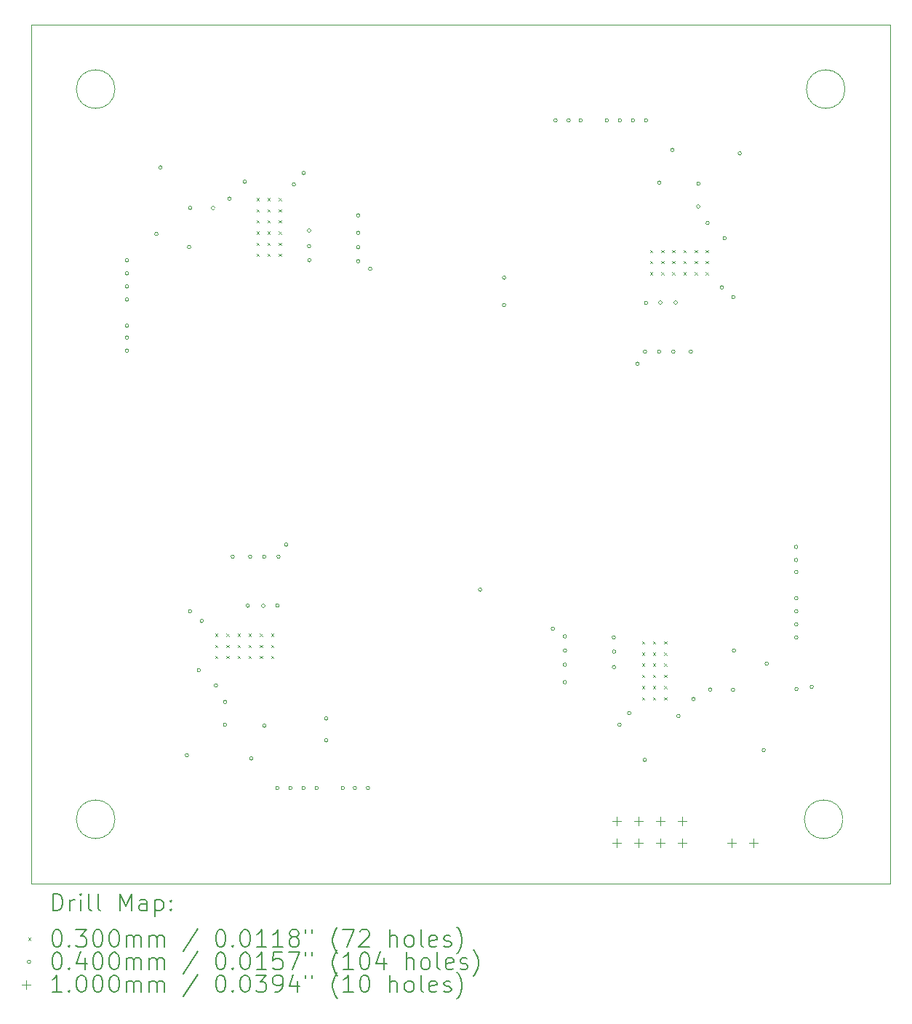
<source format=gbr>
%TF.GenerationSoftware,KiCad,Pcbnew,6.0.7+dfsg-1build1*%
%TF.CreationDate,2023-04-07T12:24:45-07:00*%
%TF.ProjectId,Quad_Motor_Driver,51756164-5f4d-46f7-946f-725f44726976,rev?*%
%TF.SameCoordinates,Original*%
%TF.FileFunction,Drillmap*%
%TF.FilePolarity,Positive*%
%FSLAX45Y45*%
G04 Gerber Fmt 4.5, Leading zero omitted, Abs format (unit mm)*
G04 Created by KiCad (PCBNEW 6.0.7+dfsg-1build1) date 2023-04-07 12:24:45*
%MOMM*%
%LPD*%
G01*
G04 APERTURE LIST*
%ADD10C,0.100000*%
%ADD11C,0.200000*%
%ADD12C,0.030000*%
%ADD13C,0.040000*%
G04 APERTURE END LIST*
D10*
X1994400Y-12037500D02*
X1994400Y-2037500D01*
X2969400Y-2787500D02*
G75*
G03*
X2969400Y-2787500I-225000J0D01*
G01*
X11994400Y-2037500D02*
X11994400Y-12037500D01*
X11444400Y-11287500D02*
G75*
G03*
X11444400Y-11287500I-225000J0D01*
G01*
X11469400Y-2787500D02*
G75*
G03*
X11469400Y-2787500I-225000J0D01*
G01*
X2969400Y-11287500D02*
G75*
G03*
X2969400Y-11287500I-225000J0D01*
G01*
X11994400Y-12037500D02*
X1994400Y-12037500D01*
X1994400Y-2037500D02*
X11994400Y-2037500D01*
D11*
D12*
X4136100Y-9125900D02*
X4166100Y-9155900D01*
X4166100Y-9125900D02*
X4136100Y-9155900D01*
X4136100Y-9255900D02*
X4166100Y-9285900D01*
X4166100Y-9255900D02*
X4136100Y-9285900D01*
X4136100Y-9385900D02*
X4166100Y-9415900D01*
X4166100Y-9385900D02*
X4136100Y-9415900D01*
X4266100Y-9125900D02*
X4296100Y-9155900D01*
X4296100Y-9125900D02*
X4266100Y-9155900D01*
X4266100Y-9255900D02*
X4296100Y-9285900D01*
X4296100Y-9255900D02*
X4266100Y-9285900D01*
X4266100Y-9385900D02*
X4296100Y-9415900D01*
X4296100Y-9385900D02*
X4266100Y-9415900D01*
X4396100Y-9125900D02*
X4426100Y-9155900D01*
X4426100Y-9125900D02*
X4396100Y-9155900D01*
X4396100Y-9255900D02*
X4426100Y-9285900D01*
X4426100Y-9255900D02*
X4396100Y-9285900D01*
X4396100Y-9385900D02*
X4426100Y-9415900D01*
X4426100Y-9385900D02*
X4396100Y-9415900D01*
X4526100Y-9125900D02*
X4556100Y-9155900D01*
X4556100Y-9125900D02*
X4526100Y-9155900D01*
X4526100Y-9255900D02*
X4556100Y-9285900D01*
X4556100Y-9255900D02*
X4526100Y-9285900D01*
X4526100Y-9385900D02*
X4556100Y-9415900D01*
X4556100Y-9385900D02*
X4526100Y-9415900D01*
X4616000Y-4054200D02*
X4646000Y-4084200D01*
X4646000Y-4054200D02*
X4616000Y-4084200D01*
X4616000Y-4184200D02*
X4646000Y-4214200D01*
X4646000Y-4184200D02*
X4616000Y-4214200D01*
X4616000Y-4314200D02*
X4646000Y-4344200D01*
X4646000Y-4314200D02*
X4616000Y-4344200D01*
X4616000Y-4444200D02*
X4646000Y-4474200D01*
X4646000Y-4444200D02*
X4616000Y-4474200D01*
X4616000Y-4574200D02*
X4646000Y-4604200D01*
X4646000Y-4574200D02*
X4616000Y-4604200D01*
X4616000Y-4704200D02*
X4646000Y-4734200D01*
X4646000Y-4704200D02*
X4616000Y-4734200D01*
X4656100Y-9125900D02*
X4686100Y-9155900D01*
X4686100Y-9125900D02*
X4656100Y-9155900D01*
X4656100Y-9255900D02*
X4686100Y-9285900D01*
X4686100Y-9255900D02*
X4656100Y-9285900D01*
X4656100Y-9385900D02*
X4686100Y-9415900D01*
X4686100Y-9385900D02*
X4656100Y-9415900D01*
X4746000Y-4054200D02*
X4776000Y-4084200D01*
X4776000Y-4054200D02*
X4746000Y-4084200D01*
X4746000Y-4184200D02*
X4776000Y-4214200D01*
X4776000Y-4184200D02*
X4746000Y-4214200D01*
X4746000Y-4314200D02*
X4776000Y-4344200D01*
X4776000Y-4314200D02*
X4746000Y-4344200D01*
X4746000Y-4444200D02*
X4776000Y-4474200D01*
X4776000Y-4444200D02*
X4746000Y-4474200D01*
X4746000Y-4574200D02*
X4776000Y-4604200D01*
X4776000Y-4574200D02*
X4746000Y-4604200D01*
X4746000Y-4704200D02*
X4776000Y-4734200D01*
X4776000Y-4704200D02*
X4746000Y-4734200D01*
X4786100Y-9125900D02*
X4816100Y-9155900D01*
X4816100Y-9125900D02*
X4786100Y-9155900D01*
X4786100Y-9255900D02*
X4816100Y-9285900D01*
X4816100Y-9255900D02*
X4786100Y-9285900D01*
X4786100Y-9385900D02*
X4816100Y-9415900D01*
X4816100Y-9385900D02*
X4786100Y-9415900D01*
X4876000Y-4054200D02*
X4906000Y-4084200D01*
X4906000Y-4054200D02*
X4876000Y-4084200D01*
X4876000Y-4184200D02*
X4906000Y-4214200D01*
X4906000Y-4184200D02*
X4876000Y-4214200D01*
X4876000Y-4314200D02*
X4906000Y-4344200D01*
X4906000Y-4314200D02*
X4876000Y-4344200D01*
X4876000Y-4444200D02*
X4906000Y-4474200D01*
X4906000Y-4444200D02*
X4876000Y-4474200D01*
X4876000Y-4574200D02*
X4906000Y-4604200D01*
X4906000Y-4574200D02*
X4876000Y-4604200D01*
X4876000Y-4704200D02*
X4906000Y-4734200D01*
X4906000Y-4704200D02*
X4876000Y-4734200D01*
X9103300Y-9215800D02*
X9133300Y-9245800D01*
X9133300Y-9215800D02*
X9103300Y-9245800D01*
X9103300Y-9345800D02*
X9133300Y-9375800D01*
X9133300Y-9345800D02*
X9103300Y-9375800D01*
X9103300Y-9475800D02*
X9133300Y-9505800D01*
X9133300Y-9475800D02*
X9103300Y-9505800D01*
X9103300Y-9605800D02*
X9133300Y-9635800D01*
X9133300Y-9605800D02*
X9103300Y-9635800D01*
X9103300Y-9735800D02*
X9133300Y-9765800D01*
X9133300Y-9735800D02*
X9103300Y-9765800D01*
X9103300Y-9865800D02*
X9133300Y-9895800D01*
X9133300Y-9865800D02*
X9103300Y-9895800D01*
X9197700Y-4659100D02*
X9227700Y-4689100D01*
X9227700Y-4659100D02*
X9197700Y-4689100D01*
X9197700Y-4789100D02*
X9227700Y-4819100D01*
X9227700Y-4789100D02*
X9197700Y-4819100D01*
X9197700Y-4919100D02*
X9227700Y-4949100D01*
X9227700Y-4919100D02*
X9197700Y-4949100D01*
X9233300Y-9215800D02*
X9263300Y-9245800D01*
X9263300Y-9215800D02*
X9233300Y-9245800D01*
X9233300Y-9345800D02*
X9263300Y-9375800D01*
X9263300Y-9345800D02*
X9233300Y-9375800D01*
X9233300Y-9475800D02*
X9263300Y-9505800D01*
X9263300Y-9475800D02*
X9233300Y-9505800D01*
X9233300Y-9605800D02*
X9263300Y-9635800D01*
X9263300Y-9605800D02*
X9233300Y-9635800D01*
X9233300Y-9735800D02*
X9263300Y-9765800D01*
X9263300Y-9735800D02*
X9233300Y-9765800D01*
X9233300Y-9865800D02*
X9263300Y-9895800D01*
X9263300Y-9865800D02*
X9233300Y-9895800D01*
X9327700Y-4659100D02*
X9357700Y-4689100D01*
X9357700Y-4659100D02*
X9327700Y-4689100D01*
X9327700Y-4789100D02*
X9357700Y-4819100D01*
X9357700Y-4789100D02*
X9327700Y-4819100D01*
X9327700Y-4919100D02*
X9357700Y-4949100D01*
X9357700Y-4919100D02*
X9327700Y-4949100D01*
X9363300Y-9215800D02*
X9393300Y-9245800D01*
X9393300Y-9215800D02*
X9363300Y-9245800D01*
X9363300Y-9345800D02*
X9393300Y-9375800D01*
X9393300Y-9345800D02*
X9363300Y-9375800D01*
X9363300Y-9475800D02*
X9393300Y-9505800D01*
X9393300Y-9475800D02*
X9363300Y-9505800D01*
X9363300Y-9605800D02*
X9393300Y-9635800D01*
X9393300Y-9605800D02*
X9363300Y-9635800D01*
X9363300Y-9735800D02*
X9393300Y-9765800D01*
X9393300Y-9735800D02*
X9363300Y-9765800D01*
X9363300Y-9865800D02*
X9393300Y-9895800D01*
X9393300Y-9865800D02*
X9363300Y-9895800D01*
X9457700Y-4659100D02*
X9487700Y-4689100D01*
X9487700Y-4659100D02*
X9457700Y-4689100D01*
X9457700Y-4789100D02*
X9487700Y-4819100D01*
X9487700Y-4789100D02*
X9457700Y-4819100D01*
X9457700Y-4919100D02*
X9487700Y-4949100D01*
X9487700Y-4919100D02*
X9457700Y-4949100D01*
X9587700Y-4659100D02*
X9617700Y-4689100D01*
X9617700Y-4659100D02*
X9587700Y-4689100D01*
X9587700Y-4789100D02*
X9617700Y-4819100D01*
X9617700Y-4789100D02*
X9587700Y-4819100D01*
X9587700Y-4919100D02*
X9617700Y-4949100D01*
X9617700Y-4919100D02*
X9587700Y-4949100D01*
X9717700Y-4659100D02*
X9747700Y-4689100D01*
X9747700Y-4659100D02*
X9717700Y-4689100D01*
X9717700Y-4789100D02*
X9747700Y-4819100D01*
X9747700Y-4789100D02*
X9717700Y-4819100D01*
X9717700Y-4919100D02*
X9747700Y-4949100D01*
X9747700Y-4919100D02*
X9717700Y-4949100D01*
X9847700Y-4659100D02*
X9877700Y-4689100D01*
X9877700Y-4659100D02*
X9847700Y-4689100D01*
X9847700Y-4789100D02*
X9877700Y-4819100D01*
X9877700Y-4789100D02*
X9847700Y-4819100D01*
X9847700Y-4919100D02*
X9877700Y-4949100D01*
X9877700Y-4919100D02*
X9847700Y-4949100D01*
D13*
X3129400Y-4779100D02*
G75*
G03*
X3129400Y-4779100I-20000J0D01*
G01*
X3129400Y-4931500D02*
G75*
G03*
X3129400Y-4931500I-20000J0D01*
G01*
X3129400Y-5083900D02*
G75*
G03*
X3129400Y-5083900I-20000J0D01*
G01*
X3129400Y-5236300D02*
G75*
G03*
X3129400Y-5236300I-20000J0D01*
G01*
X3129400Y-5541100D02*
G75*
G03*
X3129400Y-5541100I-20000J0D01*
G01*
X3129400Y-5680800D02*
G75*
G03*
X3129400Y-5680800I-20000J0D01*
G01*
X3129400Y-5833200D02*
G75*
G03*
X3129400Y-5833200I-20000J0D01*
G01*
X3472300Y-4474300D02*
G75*
G03*
X3472300Y-4474300I-20000J0D01*
G01*
X3519500Y-3699800D02*
G75*
G03*
X3519500Y-3699800I-20000J0D01*
G01*
X3826900Y-10541500D02*
G75*
G03*
X3826900Y-10541500I-20000J0D01*
G01*
X3853300Y-4626700D02*
G75*
G03*
X3853300Y-4626700I-20000J0D01*
G01*
X3865000Y-8865100D02*
G75*
G03*
X3865000Y-8865100I-20000J0D01*
G01*
X3866000Y-4169500D02*
G75*
G03*
X3866000Y-4169500I-20000J0D01*
G01*
X3966600Y-9550900D02*
G75*
G03*
X3966600Y-9550900I-20000J0D01*
G01*
X3999450Y-8979400D02*
G75*
G03*
X3999450Y-8979400I-20000J0D01*
G01*
X4130945Y-4171255D02*
G75*
G03*
X4130945Y-4171255I-20000J0D01*
G01*
X4164737Y-9728001D02*
G75*
G03*
X4164737Y-9728001I-20000J0D01*
G01*
X4271400Y-10185900D02*
G75*
G03*
X4271400Y-10185900I-20000J0D01*
G01*
X4273155Y-9920955D02*
G75*
G03*
X4273155Y-9920955I-20000J0D01*
G01*
X4323899Y-4062837D02*
G75*
G03*
X4323899Y-4062837I-20000J0D01*
G01*
X4360300Y-8230100D02*
G75*
G03*
X4360300Y-8230100I-20000J0D01*
G01*
X4501000Y-3864700D02*
G75*
G03*
X4501000Y-3864700I-20000J0D01*
G01*
X4536050Y-8801600D02*
G75*
G03*
X4536050Y-8801600I-20000J0D01*
G01*
X4563500Y-8230100D02*
G75*
G03*
X4563500Y-8230100I-20000J0D01*
G01*
X4576200Y-10579600D02*
G75*
G03*
X4576200Y-10579600I-20000J0D01*
G01*
X4715705Y-8802631D02*
G75*
G03*
X4715705Y-8802631I-20000J0D01*
G01*
X4728600Y-8230100D02*
G75*
G03*
X4728600Y-8230100I-20000J0D01*
G01*
X4728600Y-10198600D02*
G75*
G03*
X4728600Y-10198600I-20000J0D01*
G01*
X4881000Y-10922500D02*
G75*
G03*
X4881000Y-10922500I-20000J0D01*
G01*
X4881050Y-8799524D02*
G75*
G03*
X4881050Y-8799524I-20000J0D01*
G01*
X4893700Y-8230100D02*
G75*
G03*
X4893700Y-8230100I-20000J0D01*
G01*
X4982600Y-8090400D02*
G75*
G03*
X4982600Y-8090400I-20000J0D01*
G01*
X5033400Y-10922500D02*
G75*
G03*
X5033400Y-10922500I-20000J0D01*
G01*
X5072500Y-3897550D02*
G75*
G03*
X5072500Y-3897550I-20000J0D01*
G01*
X5185800Y-10922500D02*
G75*
G03*
X5185800Y-10922500I-20000J0D01*
G01*
X5186800Y-3763100D02*
G75*
G03*
X5186800Y-3763100I-20000J0D01*
G01*
X5249270Y-4613805D02*
G75*
G03*
X5249270Y-4613805I-20000J0D01*
G01*
X5250300Y-4434150D02*
G75*
G03*
X5250300Y-4434150I-20000J0D01*
G01*
X5252376Y-4779150D02*
G75*
G03*
X5252376Y-4779150I-20000J0D01*
G01*
X5338200Y-10922500D02*
G75*
G03*
X5338200Y-10922500I-20000J0D01*
G01*
X5449900Y-10113300D02*
G75*
G03*
X5449900Y-10113300I-20000J0D01*
G01*
X5449900Y-10367300D02*
G75*
G03*
X5449900Y-10367300I-20000J0D01*
G01*
X5643000Y-10922500D02*
G75*
G03*
X5643000Y-10922500I-20000J0D01*
G01*
X5782700Y-10922500D02*
G75*
G03*
X5782700Y-10922500I-20000J0D01*
G01*
X5821800Y-4258400D02*
G75*
G03*
X5821800Y-4258400I-20000J0D01*
G01*
X5821800Y-4461600D02*
G75*
G03*
X5821800Y-4461600I-20000J0D01*
G01*
X5821800Y-4626700D02*
G75*
G03*
X5821800Y-4626700I-20000J0D01*
G01*
X5821800Y-4791800D02*
G75*
G03*
X5821800Y-4791800I-20000J0D01*
G01*
X5935100Y-10922500D02*
G75*
G03*
X5935100Y-10922500I-20000J0D01*
G01*
X5961500Y-4880700D02*
G75*
G03*
X5961500Y-4880700I-20000J0D01*
G01*
X7240600Y-8614700D02*
G75*
G03*
X7240600Y-8614700I-20000J0D01*
G01*
X7520000Y-4982500D02*
G75*
G03*
X7520000Y-4982500I-20000J0D01*
G01*
X7520000Y-5300000D02*
G75*
G03*
X7520000Y-5300000I-20000J0D01*
G01*
X8087800Y-9069300D02*
G75*
G03*
X8087800Y-9069300I-20000J0D01*
G01*
X8118700Y-3152500D02*
G75*
G03*
X8118700Y-3152500I-20000J0D01*
G01*
X8227500Y-9158200D02*
G75*
G03*
X8227500Y-9158200I-20000J0D01*
G01*
X8227500Y-9323300D02*
G75*
G03*
X8227500Y-9323300I-20000J0D01*
G01*
X8227500Y-9488400D02*
G75*
G03*
X8227500Y-9488400I-20000J0D01*
G01*
X8227500Y-9691600D02*
G75*
G03*
X8227500Y-9691600I-20000J0D01*
G01*
X8271100Y-3152500D02*
G75*
G03*
X8271100Y-3152500I-20000J0D01*
G01*
X8410800Y-3152500D02*
G75*
G03*
X8410800Y-3152500I-20000J0D01*
G01*
X8715600Y-3152500D02*
G75*
G03*
X8715600Y-3152500I-20000J0D01*
G01*
X8796924Y-9170850D02*
G75*
G03*
X8796924Y-9170850I-20000J0D01*
G01*
X8799000Y-9515850D02*
G75*
G03*
X8799000Y-9515850I-20000J0D01*
G01*
X8800031Y-9336195D02*
G75*
G03*
X8800031Y-9336195I-20000J0D01*
G01*
X8862500Y-10186900D02*
G75*
G03*
X8862500Y-10186900I-20000J0D01*
G01*
X8868000Y-3152500D02*
G75*
G03*
X8868000Y-3152500I-20000J0D01*
G01*
X8976800Y-10052450D02*
G75*
G03*
X8976800Y-10052450I-20000J0D01*
G01*
X9020400Y-3152500D02*
G75*
G03*
X9020400Y-3152500I-20000J0D01*
G01*
X9071200Y-5984600D02*
G75*
G03*
X9071200Y-5984600I-20000J0D01*
G01*
X9158300Y-10595900D02*
G75*
G03*
X9158300Y-10595900I-20000J0D01*
G01*
X9160100Y-5844900D02*
G75*
G03*
X9160100Y-5844900I-20000J0D01*
G01*
X9172750Y-5275476D02*
G75*
G03*
X9172750Y-5275476I-20000J0D01*
G01*
X9172800Y-3152500D02*
G75*
G03*
X9172800Y-3152500I-20000J0D01*
G01*
X9325200Y-3876400D02*
G75*
G03*
X9325200Y-3876400I-20000J0D01*
G01*
X9325200Y-5844900D02*
G75*
G03*
X9325200Y-5844900I-20000J0D01*
G01*
X9338095Y-5272370D02*
G75*
G03*
X9338095Y-5272370I-20000J0D01*
G01*
X9477600Y-3495400D02*
G75*
G03*
X9477600Y-3495400I-20000J0D01*
G01*
X9490300Y-5844900D02*
G75*
G03*
X9490300Y-5844900I-20000J0D01*
G01*
X9517750Y-5273400D02*
G75*
G03*
X9517750Y-5273400I-20000J0D01*
G01*
X9548300Y-10085300D02*
G75*
G03*
X9548300Y-10085300I-20000J0D01*
G01*
X9693500Y-5844900D02*
G75*
G03*
X9693500Y-5844900I-20000J0D01*
G01*
X9725401Y-9887163D02*
G75*
G03*
X9725401Y-9887163I-20000J0D01*
G01*
X9780645Y-4154045D02*
G75*
G03*
X9780645Y-4154045I-20000J0D01*
G01*
X9782400Y-3889100D02*
G75*
G03*
X9782400Y-3889100I-20000J0D01*
G01*
X9889063Y-4346999D02*
G75*
G03*
X9889063Y-4346999I-20000J0D01*
G01*
X9918355Y-9778745D02*
G75*
G03*
X9918355Y-9778745I-20000J0D01*
G01*
X10054350Y-5095600D02*
G75*
G03*
X10054350Y-5095600I-20000J0D01*
G01*
X10087200Y-4524100D02*
G75*
G03*
X10087200Y-4524100I-20000J0D01*
G01*
X10183300Y-9780500D02*
G75*
G03*
X10183300Y-9780500I-20000J0D01*
G01*
X10188800Y-5209900D02*
G75*
G03*
X10188800Y-5209900I-20000J0D01*
G01*
X10196000Y-9323300D02*
G75*
G03*
X10196000Y-9323300I-20000J0D01*
G01*
X10263200Y-3534700D02*
G75*
G03*
X10263200Y-3534700I-20000J0D01*
G01*
X10542600Y-10481600D02*
G75*
G03*
X10542600Y-10481600I-20000J0D01*
G01*
X10577000Y-9475700D02*
G75*
G03*
X10577000Y-9475700I-20000J0D01*
G01*
X10919900Y-8116800D02*
G75*
G03*
X10919900Y-8116800I-20000J0D01*
G01*
X10919900Y-8269200D02*
G75*
G03*
X10919900Y-8269200I-20000J0D01*
G01*
X10919900Y-8408900D02*
G75*
G03*
X10919900Y-8408900I-20000J0D01*
G01*
X10919900Y-8713700D02*
G75*
G03*
X10919900Y-8713700I-20000J0D01*
G01*
X10919900Y-8866100D02*
G75*
G03*
X10919900Y-8866100I-20000J0D01*
G01*
X10919900Y-9018500D02*
G75*
G03*
X10919900Y-9018500I-20000J0D01*
G01*
X10919900Y-9170900D02*
G75*
G03*
X10919900Y-9170900I-20000J0D01*
G01*
X10923600Y-9770400D02*
G75*
G03*
X10923600Y-9770400I-20000J0D01*
G01*
X11101400Y-9745000D02*
G75*
G03*
X11101400Y-9745000I-20000J0D01*
G01*
D10*
X8814400Y-11258500D02*
X8814400Y-11358500D01*
X8764400Y-11308500D02*
X8864400Y-11308500D01*
X8814400Y-11512500D02*
X8814400Y-11612500D01*
X8764400Y-11562500D02*
X8864400Y-11562500D01*
X9068400Y-11258500D02*
X9068400Y-11358500D01*
X9018400Y-11308500D02*
X9118400Y-11308500D01*
X9068400Y-11512500D02*
X9068400Y-11612500D01*
X9018400Y-11562500D02*
X9118400Y-11562500D01*
X9322400Y-11258500D02*
X9322400Y-11358500D01*
X9272400Y-11308500D02*
X9372400Y-11308500D01*
X9322400Y-11512500D02*
X9322400Y-11612500D01*
X9272400Y-11562500D02*
X9372400Y-11562500D01*
X9576400Y-11258500D02*
X9576400Y-11358500D01*
X9526400Y-11308500D02*
X9626400Y-11308500D01*
X9576400Y-11512500D02*
X9576400Y-11612500D01*
X9526400Y-11562500D02*
X9626400Y-11562500D01*
X10151368Y-11513668D02*
X10151368Y-11613668D01*
X10101368Y-11563668D02*
X10201368Y-11563668D01*
X10405368Y-11513668D02*
X10405368Y-11613668D01*
X10355368Y-11563668D02*
X10455368Y-11563668D01*
D11*
X2247019Y-12352976D02*
X2247019Y-12152976D01*
X2294638Y-12152976D01*
X2323210Y-12162500D01*
X2342257Y-12181548D01*
X2351781Y-12200595D01*
X2361305Y-12238690D01*
X2361305Y-12267262D01*
X2351781Y-12305357D01*
X2342257Y-12324405D01*
X2323210Y-12343452D01*
X2294638Y-12352976D01*
X2247019Y-12352976D01*
X2447019Y-12352976D02*
X2447019Y-12219643D01*
X2447019Y-12257738D02*
X2456543Y-12238690D01*
X2466067Y-12229167D01*
X2485114Y-12219643D01*
X2504162Y-12219643D01*
X2570829Y-12352976D02*
X2570829Y-12219643D01*
X2570829Y-12152976D02*
X2561305Y-12162500D01*
X2570829Y-12172024D01*
X2580352Y-12162500D01*
X2570829Y-12152976D01*
X2570829Y-12172024D01*
X2694638Y-12352976D02*
X2675590Y-12343452D01*
X2666067Y-12324405D01*
X2666067Y-12152976D01*
X2799400Y-12352976D02*
X2780352Y-12343452D01*
X2770829Y-12324405D01*
X2770829Y-12152976D01*
X3027971Y-12352976D02*
X3027971Y-12152976D01*
X3094638Y-12295833D01*
X3161305Y-12152976D01*
X3161305Y-12352976D01*
X3342257Y-12352976D02*
X3342257Y-12248214D01*
X3332733Y-12229167D01*
X3313686Y-12219643D01*
X3275590Y-12219643D01*
X3256543Y-12229167D01*
X3342257Y-12343452D02*
X3323209Y-12352976D01*
X3275590Y-12352976D01*
X3256543Y-12343452D01*
X3247019Y-12324405D01*
X3247019Y-12305357D01*
X3256543Y-12286309D01*
X3275590Y-12276786D01*
X3323209Y-12276786D01*
X3342257Y-12267262D01*
X3437495Y-12219643D02*
X3437495Y-12419643D01*
X3437495Y-12229167D02*
X3456543Y-12219643D01*
X3494638Y-12219643D01*
X3513686Y-12229167D01*
X3523209Y-12238690D01*
X3532733Y-12257738D01*
X3532733Y-12314881D01*
X3523209Y-12333928D01*
X3513686Y-12343452D01*
X3494638Y-12352976D01*
X3456543Y-12352976D01*
X3437495Y-12343452D01*
X3618448Y-12333928D02*
X3627971Y-12343452D01*
X3618448Y-12352976D01*
X3608924Y-12343452D01*
X3618448Y-12333928D01*
X3618448Y-12352976D01*
X3618448Y-12229167D02*
X3627971Y-12238690D01*
X3618448Y-12248214D01*
X3608924Y-12238690D01*
X3618448Y-12229167D01*
X3618448Y-12248214D01*
D12*
X1959400Y-12667500D02*
X1989400Y-12697500D01*
X1989400Y-12667500D02*
X1959400Y-12697500D01*
D11*
X2285114Y-12572976D02*
X2304162Y-12572976D01*
X2323210Y-12582500D01*
X2332733Y-12592024D01*
X2342257Y-12611071D01*
X2351781Y-12649167D01*
X2351781Y-12696786D01*
X2342257Y-12734881D01*
X2332733Y-12753928D01*
X2323210Y-12763452D01*
X2304162Y-12772976D01*
X2285114Y-12772976D01*
X2266067Y-12763452D01*
X2256543Y-12753928D01*
X2247019Y-12734881D01*
X2237495Y-12696786D01*
X2237495Y-12649167D01*
X2247019Y-12611071D01*
X2256543Y-12592024D01*
X2266067Y-12582500D01*
X2285114Y-12572976D01*
X2437495Y-12753928D02*
X2447019Y-12763452D01*
X2437495Y-12772976D01*
X2427971Y-12763452D01*
X2437495Y-12753928D01*
X2437495Y-12772976D01*
X2513686Y-12572976D02*
X2637495Y-12572976D01*
X2570829Y-12649167D01*
X2599400Y-12649167D01*
X2618448Y-12658690D01*
X2627971Y-12668214D01*
X2637495Y-12687262D01*
X2637495Y-12734881D01*
X2627971Y-12753928D01*
X2618448Y-12763452D01*
X2599400Y-12772976D01*
X2542257Y-12772976D01*
X2523210Y-12763452D01*
X2513686Y-12753928D01*
X2761305Y-12572976D02*
X2780352Y-12572976D01*
X2799400Y-12582500D01*
X2808924Y-12592024D01*
X2818448Y-12611071D01*
X2827971Y-12649167D01*
X2827971Y-12696786D01*
X2818448Y-12734881D01*
X2808924Y-12753928D01*
X2799400Y-12763452D01*
X2780352Y-12772976D01*
X2761305Y-12772976D01*
X2742257Y-12763452D01*
X2732733Y-12753928D01*
X2723210Y-12734881D01*
X2713686Y-12696786D01*
X2713686Y-12649167D01*
X2723210Y-12611071D01*
X2732733Y-12592024D01*
X2742257Y-12582500D01*
X2761305Y-12572976D01*
X2951781Y-12572976D02*
X2970828Y-12572976D01*
X2989876Y-12582500D01*
X2999400Y-12592024D01*
X3008924Y-12611071D01*
X3018448Y-12649167D01*
X3018448Y-12696786D01*
X3008924Y-12734881D01*
X2999400Y-12753928D01*
X2989876Y-12763452D01*
X2970828Y-12772976D01*
X2951781Y-12772976D01*
X2932733Y-12763452D01*
X2923209Y-12753928D01*
X2913686Y-12734881D01*
X2904162Y-12696786D01*
X2904162Y-12649167D01*
X2913686Y-12611071D01*
X2923209Y-12592024D01*
X2932733Y-12582500D01*
X2951781Y-12572976D01*
X3104162Y-12772976D02*
X3104162Y-12639643D01*
X3104162Y-12658690D02*
X3113686Y-12649167D01*
X3132733Y-12639643D01*
X3161305Y-12639643D01*
X3180352Y-12649167D01*
X3189876Y-12668214D01*
X3189876Y-12772976D01*
X3189876Y-12668214D02*
X3199400Y-12649167D01*
X3218448Y-12639643D01*
X3247019Y-12639643D01*
X3266067Y-12649167D01*
X3275590Y-12668214D01*
X3275590Y-12772976D01*
X3370828Y-12772976D02*
X3370828Y-12639643D01*
X3370828Y-12658690D02*
X3380352Y-12649167D01*
X3399400Y-12639643D01*
X3427971Y-12639643D01*
X3447019Y-12649167D01*
X3456543Y-12668214D01*
X3456543Y-12772976D01*
X3456543Y-12668214D02*
X3466067Y-12649167D01*
X3485114Y-12639643D01*
X3513686Y-12639643D01*
X3532733Y-12649167D01*
X3542257Y-12668214D01*
X3542257Y-12772976D01*
X3932733Y-12563452D02*
X3761305Y-12820595D01*
X4189876Y-12572976D02*
X4208924Y-12572976D01*
X4227971Y-12582500D01*
X4237495Y-12592024D01*
X4247019Y-12611071D01*
X4256543Y-12649167D01*
X4256543Y-12696786D01*
X4247019Y-12734881D01*
X4237495Y-12753928D01*
X4227971Y-12763452D01*
X4208924Y-12772976D01*
X4189876Y-12772976D01*
X4170828Y-12763452D01*
X4161305Y-12753928D01*
X4151781Y-12734881D01*
X4142257Y-12696786D01*
X4142257Y-12649167D01*
X4151781Y-12611071D01*
X4161305Y-12592024D01*
X4170828Y-12582500D01*
X4189876Y-12572976D01*
X4342257Y-12753928D02*
X4351781Y-12763452D01*
X4342257Y-12772976D01*
X4332733Y-12763452D01*
X4342257Y-12753928D01*
X4342257Y-12772976D01*
X4475590Y-12572976D02*
X4494638Y-12572976D01*
X4513686Y-12582500D01*
X4523210Y-12592024D01*
X4532733Y-12611071D01*
X4542257Y-12649167D01*
X4542257Y-12696786D01*
X4532733Y-12734881D01*
X4523210Y-12753928D01*
X4513686Y-12763452D01*
X4494638Y-12772976D01*
X4475590Y-12772976D01*
X4456543Y-12763452D01*
X4447019Y-12753928D01*
X4437495Y-12734881D01*
X4427971Y-12696786D01*
X4427971Y-12649167D01*
X4437495Y-12611071D01*
X4447019Y-12592024D01*
X4456543Y-12582500D01*
X4475590Y-12572976D01*
X4732733Y-12772976D02*
X4618448Y-12772976D01*
X4675590Y-12772976D02*
X4675590Y-12572976D01*
X4656543Y-12601548D01*
X4637495Y-12620595D01*
X4618448Y-12630119D01*
X4923210Y-12772976D02*
X4808924Y-12772976D01*
X4866067Y-12772976D02*
X4866067Y-12572976D01*
X4847019Y-12601548D01*
X4827971Y-12620595D01*
X4808924Y-12630119D01*
X5037495Y-12658690D02*
X5018448Y-12649167D01*
X5008924Y-12639643D01*
X4999400Y-12620595D01*
X4999400Y-12611071D01*
X5008924Y-12592024D01*
X5018448Y-12582500D01*
X5037495Y-12572976D01*
X5075590Y-12572976D01*
X5094638Y-12582500D01*
X5104162Y-12592024D01*
X5113686Y-12611071D01*
X5113686Y-12620595D01*
X5104162Y-12639643D01*
X5094638Y-12649167D01*
X5075590Y-12658690D01*
X5037495Y-12658690D01*
X5018448Y-12668214D01*
X5008924Y-12677738D01*
X4999400Y-12696786D01*
X4999400Y-12734881D01*
X5008924Y-12753928D01*
X5018448Y-12763452D01*
X5037495Y-12772976D01*
X5075590Y-12772976D01*
X5094638Y-12763452D01*
X5104162Y-12753928D01*
X5113686Y-12734881D01*
X5113686Y-12696786D01*
X5104162Y-12677738D01*
X5094638Y-12668214D01*
X5075590Y-12658690D01*
X5189876Y-12572976D02*
X5189876Y-12611071D01*
X5266067Y-12572976D02*
X5266067Y-12611071D01*
X5561305Y-12849167D02*
X5551781Y-12839643D01*
X5532733Y-12811071D01*
X5523210Y-12792024D01*
X5513686Y-12763452D01*
X5504162Y-12715833D01*
X5504162Y-12677738D01*
X5513686Y-12630119D01*
X5523210Y-12601548D01*
X5532733Y-12582500D01*
X5551781Y-12553928D01*
X5561305Y-12544405D01*
X5618448Y-12572976D02*
X5751781Y-12572976D01*
X5666067Y-12772976D01*
X5818448Y-12592024D02*
X5827971Y-12582500D01*
X5847019Y-12572976D01*
X5894638Y-12572976D01*
X5913686Y-12582500D01*
X5923209Y-12592024D01*
X5932733Y-12611071D01*
X5932733Y-12630119D01*
X5923209Y-12658690D01*
X5808924Y-12772976D01*
X5932733Y-12772976D01*
X6170828Y-12772976D02*
X6170828Y-12572976D01*
X6256543Y-12772976D02*
X6256543Y-12668214D01*
X6247019Y-12649167D01*
X6227971Y-12639643D01*
X6199400Y-12639643D01*
X6180352Y-12649167D01*
X6170828Y-12658690D01*
X6380352Y-12772976D02*
X6361305Y-12763452D01*
X6351781Y-12753928D01*
X6342257Y-12734881D01*
X6342257Y-12677738D01*
X6351781Y-12658690D01*
X6361305Y-12649167D01*
X6380352Y-12639643D01*
X6408924Y-12639643D01*
X6427971Y-12649167D01*
X6437495Y-12658690D01*
X6447019Y-12677738D01*
X6447019Y-12734881D01*
X6437495Y-12753928D01*
X6427971Y-12763452D01*
X6408924Y-12772976D01*
X6380352Y-12772976D01*
X6561305Y-12772976D02*
X6542257Y-12763452D01*
X6532733Y-12744405D01*
X6532733Y-12572976D01*
X6713686Y-12763452D02*
X6694638Y-12772976D01*
X6656543Y-12772976D01*
X6637495Y-12763452D01*
X6627971Y-12744405D01*
X6627971Y-12668214D01*
X6637495Y-12649167D01*
X6656543Y-12639643D01*
X6694638Y-12639643D01*
X6713686Y-12649167D01*
X6723209Y-12668214D01*
X6723209Y-12687262D01*
X6627971Y-12706309D01*
X6799400Y-12763452D02*
X6818448Y-12772976D01*
X6856543Y-12772976D01*
X6875590Y-12763452D01*
X6885114Y-12744405D01*
X6885114Y-12734881D01*
X6875590Y-12715833D01*
X6856543Y-12706309D01*
X6827971Y-12706309D01*
X6808924Y-12696786D01*
X6799400Y-12677738D01*
X6799400Y-12668214D01*
X6808924Y-12649167D01*
X6827971Y-12639643D01*
X6856543Y-12639643D01*
X6875590Y-12649167D01*
X6951781Y-12849167D02*
X6961305Y-12839643D01*
X6980352Y-12811071D01*
X6989876Y-12792024D01*
X6999400Y-12763452D01*
X7008924Y-12715833D01*
X7008924Y-12677738D01*
X6999400Y-12630119D01*
X6989876Y-12601548D01*
X6980352Y-12582500D01*
X6961305Y-12553928D01*
X6951781Y-12544405D01*
D13*
X1989400Y-12946500D02*
G75*
G03*
X1989400Y-12946500I-20000J0D01*
G01*
D11*
X2285114Y-12836976D02*
X2304162Y-12836976D01*
X2323210Y-12846500D01*
X2332733Y-12856024D01*
X2342257Y-12875071D01*
X2351781Y-12913167D01*
X2351781Y-12960786D01*
X2342257Y-12998881D01*
X2332733Y-13017928D01*
X2323210Y-13027452D01*
X2304162Y-13036976D01*
X2285114Y-13036976D01*
X2266067Y-13027452D01*
X2256543Y-13017928D01*
X2247019Y-12998881D01*
X2237495Y-12960786D01*
X2237495Y-12913167D01*
X2247019Y-12875071D01*
X2256543Y-12856024D01*
X2266067Y-12846500D01*
X2285114Y-12836976D01*
X2437495Y-13017928D02*
X2447019Y-13027452D01*
X2437495Y-13036976D01*
X2427971Y-13027452D01*
X2437495Y-13017928D01*
X2437495Y-13036976D01*
X2618448Y-12903643D02*
X2618448Y-13036976D01*
X2570829Y-12827452D02*
X2523210Y-12970309D01*
X2647019Y-12970309D01*
X2761305Y-12836976D02*
X2780352Y-12836976D01*
X2799400Y-12846500D01*
X2808924Y-12856024D01*
X2818448Y-12875071D01*
X2827971Y-12913167D01*
X2827971Y-12960786D01*
X2818448Y-12998881D01*
X2808924Y-13017928D01*
X2799400Y-13027452D01*
X2780352Y-13036976D01*
X2761305Y-13036976D01*
X2742257Y-13027452D01*
X2732733Y-13017928D01*
X2723210Y-12998881D01*
X2713686Y-12960786D01*
X2713686Y-12913167D01*
X2723210Y-12875071D01*
X2732733Y-12856024D01*
X2742257Y-12846500D01*
X2761305Y-12836976D01*
X2951781Y-12836976D02*
X2970828Y-12836976D01*
X2989876Y-12846500D01*
X2999400Y-12856024D01*
X3008924Y-12875071D01*
X3018448Y-12913167D01*
X3018448Y-12960786D01*
X3008924Y-12998881D01*
X2999400Y-13017928D01*
X2989876Y-13027452D01*
X2970828Y-13036976D01*
X2951781Y-13036976D01*
X2932733Y-13027452D01*
X2923209Y-13017928D01*
X2913686Y-12998881D01*
X2904162Y-12960786D01*
X2904162Y-12913167D01*
X2913686Y-12875071D01*
X2923209Y-12856024D01*
X2932733Y-12846500D01*
X2951781Y-12836976D01*
X3104162Y-13036976D02*
X3104162Y-12903643D01*
X3104162Y-12922690D02*
X3113686Y-12913167D01*
X3132733Y-12903643D01*
X3161305Y-12903643D01*
X3180352Y-12913167D01*
X3189876Y-12932214D01*
X3189876Y-13036976D01*
X3189876Y-12932214D02*
X3199400Y-12913167D01*
X3218448Y-12903643D01*
X3247019Y-12903643D01*
X3266067Y-12913167D01*
X3275590Y-12932214D01*
X3275590Y-13036976D01*
X3370828Y-13036976D02*
X3370828Y-12903643D01*
X3370828Y-12922690D02*
X3380352Y-12913167D01*
X3399400Y-12903643D01*
X3427971Y-12903643D01*
X3447019Y-12913167D01*
X3456543Y-12932214D01*
X3456543Y-13036976D01*
X3456543Y-12932214D02*
X3466067Y-12913167D01*
X3485114Y-12903643D01*
X3513686Y-12903643D01*
X3532733Y-12913167D01*
X3542257Y-12932214D01*
X3542257Y-13036976D01*
X3932733Y-12827452D02*
X3761305Y-13084595D01*
X4189876Y-12836976D02*
X4208924Y-12836976D01*
X4227971Y-12846500D01*
X4237495Y-12856024D01*
X4247019Y-12875071D01*
X4256543Y-12913167D01*
X4256543Y-12960786D01*
X4247019Y-12998881D01*
X4237495Y-13017928D01*
X4227971Y-13027452D01*
X4208924Y-13036976D01*
X4189876Y-13036976D01*
X4170828Y-13027452D01*
X4161305Y-13017928D01*
X4151781Y-12998881D01*
X4142257Y-12960786D01*
X4142257Y-12913167D01*
X4151781Y-12875071D01*
X4161305Y-12856024D01*
X4170828Y-12846500D01*
X4189876Y-12836976D01*
X4342257Y-13017928D02*
X4351781Y-13027452D01*
X4342257Y-13036976D01*
X4332733Y-13027452D01*
X4342257Y-13017928D01*
X4342257Y-13036976D01*
X4475590Y-12836976D02*
X4494638Y-12836976D01*
X4513686Y-12846500D01*
X4523210Y-12856024D01*
X4532733Y-12875071D01*
X4542257Y-12913167D01*
X4542257Y-12960786D01*
X4532733Y-12998881D01*
X4523210Y-13017928D01*
X4513686Y-13027452D01*
X4494638Y-13036976D01*
X4475590Y-13036976D01*
X4456543Y-13027452D01*
X4447019Y-13017928D01*
X4437495Y-12998881D01*
X4427971Y-12960786D01*
X4427971Y-12913167D01*
X4437495Y-12875071D01*
X4447019Y-12856024D01*
X4456543Y-12846500D01*
X4475590Y-12836976D01*
X4732733Y-13036976D02*
X4618448Y-13036976D01*
X4675590Y-13036976D02*
X4675590Y-12836976D01*
X4656543Y-12865548D01*
X4637495Y-12884595D01*
X4618448Y-12894119D01*
X4913686Y-12836976D02*
X4818448Y-12836976D01*
X4808924Y-12932214D01*
X4818448Y-12922690D01*
X4837495Y-12913167D01*
X4885114Y-12913167D01*
X4904162Y-12922690D01*
X4913686Y-12932214D01*
X4923210Y-12951262D01*
X4923210Y-12998881D01*
X4913686Y-13017928D01*
X4904162Y-13027452D01*
X4885114Y-13036976D01*
X4837495Y-13036976D01*
X4818448Y-13027452D01*
X4808924Y-13017928D01*
X4989876Y-12836976D02*
X5123210Y-12836976D01*
X5037495Y-13036976D01*
X5189876Y-12836976D02*
X5189876Y-12875071D01*
X5266067Y-12836976D02*
X5266067Y-12875071D01*
X5561305Y-13113167D02*
X5551781Y-13103643D01*
X5532733Y-13075071D01*
X5523210Y-13056024D01*
X5513686Y-13027452D01*
X5504162Y-12979833D01*
X5504162Y-12941738D01*
X5513686Y-12894119D01*
X5523210Y-12865548D01*
X5532733Y-12846500D01*
X5551781Y-12817928D01*
X5561305Y-12808405D01*
X5742257Y-13036976D02*
X5627971Y-13036976D01*
X5685114Y-13036976D02*
X5685114Y-12836976D01*
X5666067Y-12865548D01*
X5647019Y-12884595D01*
X5627971Y-12894119D01*
X5866067Y-12836976D02*
X5885114Y-12836976D01*
X5904162Y-12846500D01*
X5913686Y-12856024D01*
X5923209Y-12875071D01*
X5932733Y-12913167D01*
X5932733Y-12960786D01*
X5923209Y-12998881D01*
X5913686Y-13017928D01*
X5904162Y-13027452D01*
X5885114Y-13036976D01*
X5866067Y-13036976D01*
X5847019Y-13027452D01*
X5837495Y-13017928D01*
X5827971Y-12998881D01*
X5818448Y-12960786D01*
X5818448Y-12913167D01*
X5827971Y-12875071D01*
X5837495Y-12856024D01*
X5847019Y-12846500D01*
X5866067Y-12836976D01*
X6104162Y-12903643D02*
X6104162Y-13036976D01*
X6056543Y-12827452D02*
X6008924Y-12970309D01*
X6132733Y-12970309D01*
X6361305Y-13036976D02*
X6361305Y-12836976D01*
X6447019Y-13036976D02*
X6447019Y-12932214D01*
X6437495Y-12913167D01*
X6418448Y-12903643D01*
X6389876Y-12903643D01*
X6370828Y-12913167D01*
X6361305Y-12922690D01*
X6570828Y-13036976D02*
X6551781Y-13027452D01*
X6542257Y-13017928D01*
X6532733Y-12998881D01*
X6532733Y-12941738D01*
X6542257Y-12922690D01*
X6551781Y-12913167D01*
X6570828Y-12903643D01*
X6599400Y-12903643D01*
X6618448Y-12913167D01*
X6627971Y-12922690D01*
X6637495Y-12941738D01*
X6637495Y-12998881D01*
X6627971Y-13017928D01*
X6618448Y-13027452D01*
X6599400Y-13036976D01*
X6570828Y-13036976D01*
X6751781Y-13036976D02*
X6732733Y-13027452D01*
X6723209Y-13008405D01*
X6723209Y-12836976D01*
X6904162Y-13027452D02*
X6885114Y-13036976D01*
X6847019Y-13036976D01*
X6827971Y-13027452D01*
X6818448Y-13008405D01*
X6818448Y-12932214D01*
X6827971Y-12913167D01*
X6847019Y-12903643D01*
X6885114Y-12903643D01*
X6904162Y-12913167D01*
X6913686Y-12932214D01*
X6913686Y-12951262D01*
X6818448Y-12970309D01*
X6989876Y-13027452D02*
X7008924Y-13036976D01*
X7047019Y-13036976D01*
X7066067Y-13027452D01*
X7075590Y-13008405D01*
X7075590Y-12998881D01*
X7066067Y-12979833D01*
X7047019Y-12970309D01*
X7018448Y-12970309D01*
X6999400Y-12960786D01*
X6989876Y-12941738D01*
X6989876Y-12932214D01*
X6999400Y-12913167D01*
X7018448Y-12903643D01*
X7047019Y-12903643D01*
X7066067Y-12913167D01*
X7142257Y-13113167D02*
X7151781Y-13103643D01*
X7170828Y-13075071D01*
X7180352Y-13056024D01*
X7189876Y-13027452D01*
X7199400Y-12979833D01*
X7199400Y-12941738D01*
X7189876Y-12894119D01*
X7180352Y-12865548D01*
X7170828Y-12846500D01*
X7151781Y-12817928D01*
X7142257Y-12808405D01*
D10*
X1939400Y-13160500D02*
X1939400Y-13260500D01*
X1889400Y-13210500D02*
X1989400Y-13210500D01*
D11*
X2351781Y-13300976D02*
X2237495Y-13300976D01*
X2294638Y-13300976D02*
X2294638Y-13100976D01*
X2275590Y-13129548D01*
X2256543Y-13148595D01*
X2237495Y-13158119D01*
X2437495Y-13281928D02*
X2447019Y-13291452D01*
X2437495Y-13300976D01*
X2427971Y-13291452D01*
X2437495Y-13281928D01*
X2437495Y-13300976D01*
X2570829Y-13100976D02*
X2589876Y-13100976D01*
X2608924Y-13110500D01*
X2618448Y-13120024D01*
X2627971Y-13139071D01*
X2637495Y-13177167D01*
X2637495Y-13224786D01*
X2627971Y-13262881D01*
X2618448Y-13281928D01*
X2608924Y-13291452D01*
X2589876Y-13300976D01*
X2570829Y-13300976D01*
X2551781Y-13291452D01*
X2542257Y-13281928D01*
X2532733Y-13262881D01*
X2523210Y-13224786D01*
X2523210Y-13177167D01*
X2532733Y-13139071D01*
X2542257Y-13120024D01*
X2551781Y-13110500D01*
X2570829Y-13100976D01*
X2761305Y-13100976D02*
X2780352Y-13100976D01*
X2799400Y-13110500D01*
X2808924Y-13120024D01*
X2818448Y-13139071D01*
X2827971Y-13177167D01*
X2827971Y-13224786D01*
X2818448Y-13262881D01*
X2808924Y-13281928D01*
X2799400Y-13291452D01*
X2780352Y-13300976D01*
X2761305Y-13300976D01*
X2742257Y-13291452D01*
X2732733Y-13281928D01*
X2723210Y-13262881D01*
X2713686Y-13224786D01*
X2713686Y-13177167D01*
X2723210Y-13139071D01*
X2732733Y-13120024D01*
X2742257Y-13110500D01*
X2761305Y-13100976D01*
X2951781Y-13100976D02*
X2970828Y-13100976D01*
X2989876Y-13110500D01*
X2999400Y-13120024D01*
X3008924Y-13139071D01*
X3018448Y-13177167D01*
X3018448Y-13224786D01*
X3008924Y-13262881D01*
X2999400Y-13281928D01*
X2989876Y-13291452D01*
X2970828Y-13300976D01*
X2951781Y-13300976D01*
X2932733Y-13291452D01*
X2923209Y-13281928D01*
X2913686Y-13262881D01*
X2904162Y-13224786D01*
X2904162Y-13177167D01*
X2913686Y-13139071D01*
X2923209Y-13120024D01*
X2932733Y-13110500D01*
X2951781Y-13100976D01*
X3104162Y-13300976D02*
X3104162Y-13167643D01*
X3104162Y-13186690D02*
X3113686Y-13177167D01*
X3132733Y-13167643D01*
X3161305Y-13167643D01*
X3180352Y-13177167D01*
X3189876Y-13196214D01*
X3189876Y-13300976D01*
X3189876Y-13196214D02*
X3199400Y-13177167D01*
X3218448Y-13167643D01*
X3247019Y-13167643D01*
X3266067Y-13177167D01*
X3275590Y-13196214D01*
X3275590Y-13300976D01*
X3370828Y-13300976D02*
X3370828Y-13167643D01*
X3370828Y-13186690D02*
X3380352Y-13177167D01*
X3399400Y-13167643D01*
X3427971Y-13167643D01*
X3447019Y-13177167D01*
X3456543Y-13196214D01*
X3456543Y-13300976D01*
X3456543Y-13196214D02*
X3466067Y-13177167D01*
X3485114Y-13167643D01*
X3513686Y-13167643D01*
X3532733Y-13177167D01*
X3542257Y-13196214D01*
X3542257Y-13300976D01*
X3932733Y-13091452D02*
X3761305Y-13348595D01*
X4189876Y-13100976D02*
X4208924Y-13100976D01*
X4227971Y-13110500D01*
X4237495Y-13120024D01*
X4247019Y-13139071D01*
X4256543Y-13177167D01*
X4256543Y-13224786D01*
X4247019Y-13262881D01*
X4237495Y-13281928D01*
X4227971Y-13291452D01*
X4208924Y-13300976D01*
X4189876Y-13300976D01*
X4170828Y-13291452D01*
X4161305Y-13281928D01*
X4151781Y-13262881D01*
X4142257Y-13224786D01*
X4142257Y-13177167D01*
X4151781Y-13139071D01*
X4161305Y-13120024D01*
X4170828Y-13110500D01*
X4189876Y-13100976D01*
X4342257Y-13281928D02*
X4351781Y-13291452D01*
X4342257Y-13300976D01*
X4332733Y-13291452D01*
X4342257Y-13281928D01*
X4342257Y-13300976D01*
X4475590Y-13100976D02*
X4494638Y-13100976D01*
X4513686Y-13110500D01*
X4523210Y-13120024D01*
X4532733Y-13139071D01*
X4542257Y-13177167D01*
X4542257Y-13224786D01*
X4532733Y-13262881D01*
X4523210Y-13281928D01*
X4513686Y-13291452D01*
X4494638Y-13300976D01*
X4475590Y-13300976D01*
X4456543Y-13291452D01*
X4447019Y-13281928D01*
X4437495Y-13262881D01*
X4427971Y-13224786D01*
X4427971Y-13177167D01*
X4437495Y-13139071D01*
X4447019Y-13120024D01*
X4456543Y-13110500D01*
X4475590Y-13100976D01*
X4608924Y-13100976D02*
X4732733Y-13100976D01*
X4666067Y-13177167D01*
X4694638Y-13177167D01*
X4713686Y-13186690D01*
X4723210Y-13196214D01*
X4732733Y-13215262D01*
X4732733Y-13262881D01*
X4723210Y-13281928D01*
X4713686Y-13291452D01*
X4694638Y-13300976D01*
X4637495Y-13300976D01*
X4618448Y-13291452D01*
X4608924Y-13281928D01*
X4827971Y-13300976D02*
X4866067Y-13300976D01*
X4885114Y-13291452D01*
X4894638Y-13281928D01*
X4913686Y-13253357D01*
X4923210Y-13215262D01*
X4923210Y-13139071D01*
X4913686Y-13120024D01*
X4904162Y-13110500D01*
X4885114Y-13100976D01*
X4847019Y-13100976D01*
X4827971Y-13110500D01*
X4818448Y-13120024D01*
X4808924Y-13139071D01*
X4808924Y-13186690D01*
X4818448Y-13205738D01*
X4827971Y-13215262D01*
X4847019Y-13224786D01*
X4885114Y-13224786D01*
X4904162Y-13215262D01*
X4913686Y-13205738D01*
X4923210Y-13186690D01*
X5094638Y-13167643D02*
X5094638Y-13300976D01*
X5047019Y-13091452D02*
X4999400Y-13234309D01*
X5123210Y-13234309D01*
X5189876Y-13100976D02*
X5189876Y-13139071D01*
X5266067Y-13100976D02*
X5266067Y-13139071D01*
X5561305Y-13377167D02*
X5551781Y-13367643D01*
X5532733Y-13339071D01*
X5523210Y-13320024D01*
X5513686Y-13291452D01*
X5504162Y-13243833D01*
X5504162Y-13205738D01*
X5513686Y-13158119D01*
X5523210Y-13129548D01*
X5532733Y-13110500D01*
X5551781Y-13081928D01*
X5561305Y-13072405D01*
X5742257Y-13300976D02*
X5627971Y-13300976D01*
X5685114Y-13300976D02*
X5685114Y-13100976D01*
X5666067Y-13129548D01*
X5647019Y-13148595D01*
X5627971Y-13158119D01*
X5866067Y-13100976D02*
X5885114Y-13100976D01*
X5904162Y-13110500D01*
X5913686Y-13120024D01*
X5923209Y-13139071D01*
X5932733Y-13177167D01*
X5932733Y-13224786D01*
X5923209Y-13262881D01*
X5913686Y-13281928D01*
X5904162Y-13291452D01*
X5885114Y-13300976D01*
X5866067Y-13300976D01*
X5847019Y-13291452D01*
X5837495Y-13281928D01*
X5827971Y-13262881D01*
X5818448Y-13224786D01*
X5818448Y-13177167D01*
X5827971Y-13139071D01*
X5837495Y-13120024D01*
X5847019Y-13110500D01*
X5866067Y-13100976D01*
X6170828Y-13300976D02*
X6170828Y-13100976D01*
X6256543Y-13300976D02*
X6256543Y-13196214D01*
X6247019Y-13177167D01*
X6227971Y-13167643D01*
X6199400Y-13167643D01*
X6180352Y-13177167D01*
X6170828Y-13186690D01*
X6380352Y-13300976D02*
X6361305Y-13291452D01*
X6351781Y-13281928D01*
X6342257Y-13262881D01*
X6342257Y-13205738D01*
X6351781Y-13186690D01*
X6361305Y-13177167D01*
X6380352Y-13167643D01*
X6408924Y-13167643D01*
X6427971Y-13177167D01*
X6437495Y-13186690D01*
X6447019Y-13205738D01*
X6447019Y-13262881D01*
X6437495Y-13281928D01*
X6427971Y-13291452D01*
X6408924Y-13300976D01*
X6380352Y-13300976D01*
X6561305Y-13300976D02*
X6542257Y-13291452D01*
X6532733Y-13272405D01*
X6532733Y-13100976D01*
X6713686Y-13291452D02*
X6694638Y-13300976D01*
X6656543Y-13300976D01*
X6637495Y-13291452D01*
X6627971Y-13272405D01*
X6627971Y-13196214D01*
X6637495Y-13177167D01*
X6656543Y-13167643D01*
X6694638Y-13167643D01*
X6713686Y-13177167D01*
X6723209Y-13196214D01*
X6723209Y-13215262D01*
X6627971Y-13234309D01*
X6799400Y-13291452D02*
X6818448Y-13300976D01*
X6856543Y-13300976D01*
X6875590Y-13291452D01*
X6885114Y-13272405D01*
X6885114Y-13262881D01*
X6875590Y-13243833D01*
X6856543Y-13234309D01*
X6827971Y-13234309D01*
X6808924Y-13224786D01*
X6799400Y-13205738D01*
X6799400Y-13196214D01*
X6808924Y-13177167D01*
X6827971Y-13167643D01*
X6856543Y-13167643D01*
X6875590Y-13177167D01*
X6951781Y-13377167D02*
X6961305Y-13367643D01*
X6980352Y-13339071D01*
X6989876Y-13320024D01*
X6999400Y-13291452D01*
X7008924Y-13243833D01*
X7008924Y-13205738D01*
X6999400Y-13158119D01*
X6989876Y-13129548D01*
X6980352Y-13110500D01*
X6961305Y-13081928D01*
X6951781Y-13072405D01*
M02*

</source>
